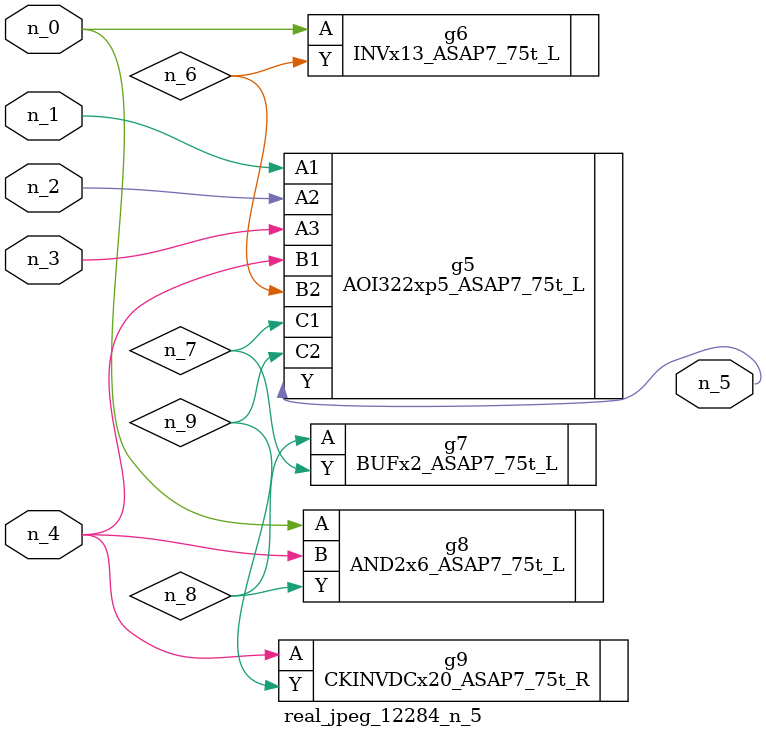
<source format=v>
module real_jpeg_12284_n_5 (n_4, n_0, n_1, n_2, n_3, n_5);

input n_4;
input n_0;
input n_1;
input n_2;
input n_3;

output n_5;

wire n_8;
wire n_6;
wire n_7;
wire n_9;

INVx13_ASAP7_75t_L g6 ( 
.A(n_0),
.Y(n_6)
);

AND2x6_ASAP7_75t_L g8 ( 
.A(n_0),
.B(n_4),
.Y(n_8)
);

AOI322xp5_ASAP7_75t_L g5 ( 
.A1(n_1),
.A2(n_2),
.A3(n_3),
.B1(n_4),
.B2(n_6),
.C1(n_7),
.C2(n_9),
.Y(n_5)
);

CKINVDCx20_ASAP7_75t_R g9 ( 
.A(n_4),
.Y(n_9)
);

BUFx2_ASAP7_75t_L g7 ( 
.A(n_8),
.Y(n_7)
);


endmodule
</source>
